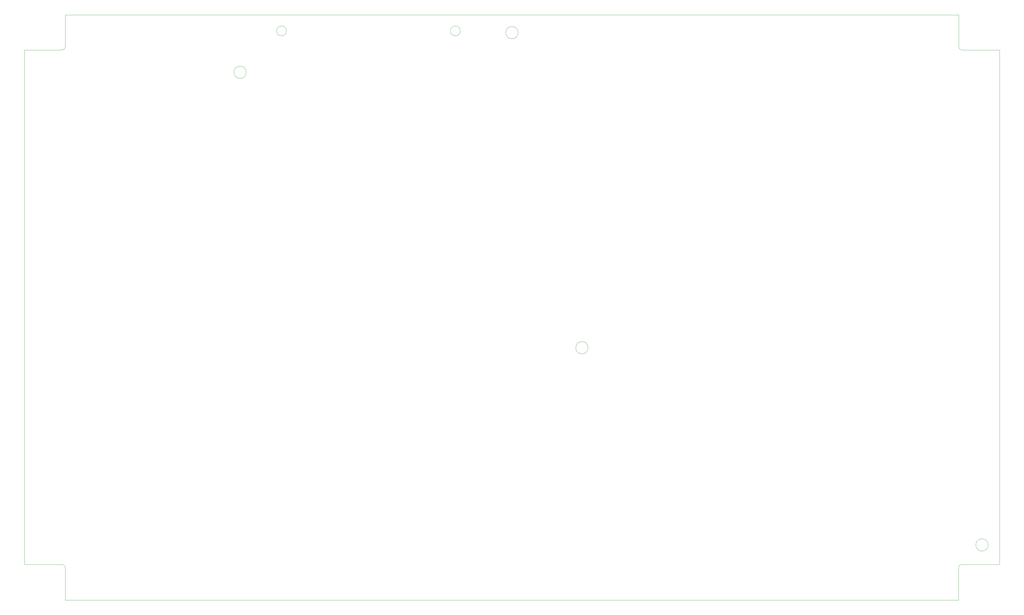
<source format=gbr>
%TF.GenerationSoftware,KiCad,Pcbnew,7.0.7*%
%TF.CreationDate,2023-11-21T20:32:34+00:00*%
%TF.ProjectId,lynx96,6c796e78-3936-42e6-9b69-6361645f7063,rev?*%
%TF.SameCoordinates,Original*%
%TF.FileFunction,Profile,NP*%
%FSLAX46Y46*%
G04 Gerber Fmt 4.6, Leading zero omitted, Abs format (unit mm)*
G04 Created by KiCad (PCBNEW 7.0.7) date 2023-11-21 20:32:34*
%MOMM*%
%LPD*%
G01*
G04 APERTURE LIST*
%TA.AperFunction,Profile*%
%ADD10C,0.100000*%
%TD*%
G04 APERTURE END LIST*
D10*
X40000000Y-223000000D02*
X52967226Y-223000000D01*
X52964703Y-44500000D02*
X40000000Y-44500000D01*
X363600000Y-235400000D02*
X363600000Y-224121390D01*
X363610000Y-32300000D02*
X54100000Y-32300000D01*
X116810000Y-52250000D02*
G75*
G03*
X116810000Y-52250000I-2135462J0D01*
G01*
X54102523Y-235400000D02*
X363600000Y-235400000D01*
X40000000Y-44500000D02*
X40000000Y-223000000D01*
X52964703Y-44500000D02*
G75*
G03*
X54100000Y-43364703I-3J1135300D01*
G01*
X364735297Y-222986093D02*
X377800000Y-222986093D01*
X190961198Y-37900000D02*
G75*
G03*
X190961198Y-37900000I-1711198J0D01*
G01*
X373835462Y-216220000D02*
G75*
G03*
X373835462Y-216220000I-2135462J0D01*
G01*
X364735297Y-222986100D02*
G75*
G03*
X363600000Y-224121390I3J-1135300D01*
G01*
X54100000Y-32300000D02*
X54100000Y-43364703D01*
X54102500Y-224135297D02*
G75*
G03*
X52967226Y-223000000I-1135300J-3D01*
G01*
X210990000Y-38500000D02*
G75*
G03*
X210990000Y-38500000I-2135462J0D01*
G01*
X130751198Y-37900000D02*
G75*
G03*
X130751198Y-37900000I-1711198J0D01*
G01*
X235235462Y-147800000D02*
G75*
G03*
X235235462Y-147800000I-2135462J0D01*
G01*
X54102523Y-224130000D02*
X54102523Y-235400000D01*
X363610000Y-43364703D02*
X363610000Y-32300000D01*
X377800000Y-44500000D02*
X364745297Y-44500000D01*
X363610000Y-43364703D02*
G75*
G03*
X364745297Y-44500000I1135300J3D01*
G01*
X377800000Y-222986093D02*
X377800000Y-44500000D01*
M02*

</source>
